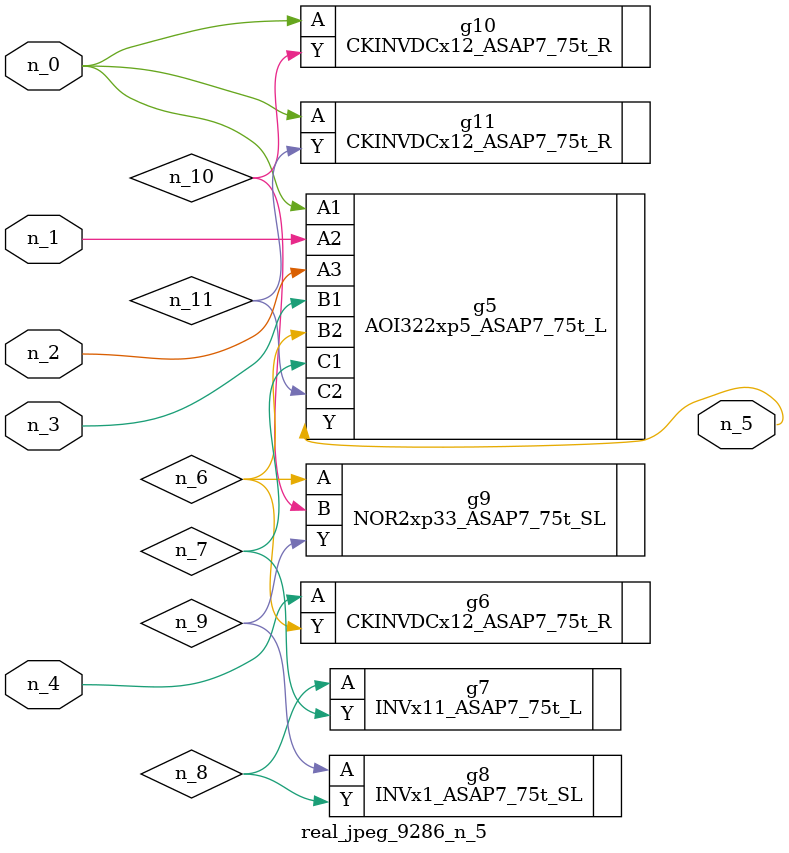
<source format=v>
module real_jpeg_9286_n_5 (n_4, n_0, n_1, n_2, n_3, n_5);

input n_4;
input n_0;
input n_1;
input n_2;
input n_3;

output n_5;

wire n_8;
wire n_11;
wire n_6;
wire n_7;
wire n_10;
wire n_9;

AOI322xp5_ASAP7_75t_L g5 ( 
.A1(n_0),
.A2(n_1),
.A3(n_2),
.B1(n_3),
.B2(n_6),
.C1(n_7),
.C2(n_11),
.Y(n_5)
);

CKINVDCx12_ASAP7_75t_R g10 ( 
.A(n_0),
.Y(n_10)
);

CKINVDCx12_ASAP7_75t_R g11 ( 
.A(n_0),
.Y(n_11)
);

CKINVDCx12_ASAP7_75t_R g6 ( 
.A(n_4),
.Y(n_6)
);

NOR2xp33_ASAP7_75t_SL g9 ( 
.A(n_6),
.B(n_10),
.Y(n_9)
);

INVx11_ASAP7_75t_L g7 ( 
.A(n_8),
.Y(n_7)
);

INVx1_ASAP7_75t_SL g8 ( 
.A(n_9),
.Y(n_8)
);


endmodule
</source>
